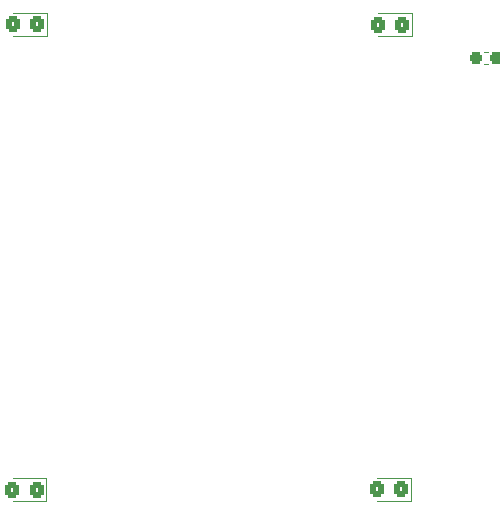
<source format=gbo>
%TF.GenerationSoftware,KiCad,Pcbnew,6.0.9*%
%TF.CreationDate,2022-11-22T21:59:45-08:00*%
%TF.ProjectId,hack_license,6861636b-5f6c-4696-9365-6e73652e6b69,rev?*%
%TF.SameCoordinates,Original*%
%TF.FileFunction,Legend,Bot*%
%TF.FilePolarity,Positive*%
%FSLAX46Y46*%
G04 Gerber Fmt 4.6, Leading zero omitted, Abs format (unit mm)*
G04 Created by KiCad (PCBNEW 6.0.9) date 2022-11-22 21:59:45*
%MOMM*%
%LPD*%
G01*
G04 APERTURE LIST*
G04 Aperture macros list*
%AMRoundRect*
0 Rectangle with rounded corners*
0 $1 Rounding radius*
0 $2 $3 $4 $5 $6 $7 $8 $9 X,Y pos of 4 corners*
0 Add a 4 corners polygon primitive as box body*
4,1,4,$2,$3,$4,$5,$6,$7,$8,$9,$2,$3,0*
0 Add four circle primitives for the rounded corners*
1,1,$1+$1,$2,$3*
1,1,$1+$1,$4,$5*
1,1,$1+$1,$6,$7*
1,1,$1+$1,$8,$9*
0 Add four rect primitives between the rounded corners*
20,1,$1+$1,$2,$3,$4,$5,0*
20,1,$1+$1,$4,$5,$6,$7,0*
20,1,$1+$1,$6,$7,$8,$9,0*
20,1,$1+$1,$8,$9,$2,$3,0*%
G04 Aperture macros list end*
%ADD10C,0.120000*%
%ADD11RoundRect,0.250000X0.325000X0.450000X-0.325000X0.450000X-0.325000X-0.450000X0.325000X-0.450000X0*%
%ADD12RoundRect,0.237500X0.300000X0.237500X-0.300000X0.237500X-0.300000X-0.237500X0.300000X-0.237500X0*%
G04 APERTURE END LIST*
D10*
%TO.C,D3*%
X96172500Y-54540000D02*
X99032500Y-54540000D01*
X99032500Y-54540000D02*
X99032500Y-56460000D01*
X99032500Y-56460000D02*
X96172500Y-56460000D01*
%TO.C,C1*%
X136356267Y-57810000D02*
X136063733Y-57810000D01*
X136356267Y-58830000D02*
X136063733Y-58830000D01*
%TO.C,D2*%
X126990000Y-93930000D02*
X129850000Y-93930000D01*
X129850000Y-93930000D02*
X129850000Y-95850000D01*
X129850000Y-95850000D02*
X126990000Y-95850000D01*
%TO.C,D1*%
X129900000Y-56490000D02*
X127040000Y-56490000D01*
X127040000Y-54570000D02*
X129900000Y-54570000D01*
X129900000Y-54570000D02*
X129900000Y-56490000D01*
%TO.C,D4*%
X96112500Y-93950000D02*
X98972500Y-93950000D01*
X98972500Y-95870000D02*
X96112500Y-95870000D01*
X98972500Y-93950000D02*
X98972500Y-95870000D01*
%TD*%
%LPC*%
D11*
%TO.C,D3*%
X98197500Y-55500000D03*
X96147500Y-55500000D03*
%TD*%
D12*
%TO.C,C1*%
X137072500Y-58320000D03*
X135347500Y-58320000D03*
%TD*%
D11*
%TO.C,D2*%
X129015000Y-94890000D03*
X126965000Y-94890000D03*
%TD*%
%TO.C,D1*%
X129065000Y-55530000D03*
X127015000Y-55530000D03*
%TD*%
%TO.C,D4*%
X98137500Y-94910000D03*
X96087500Y-94910000D03*
%TD*%
M02*

</source>
